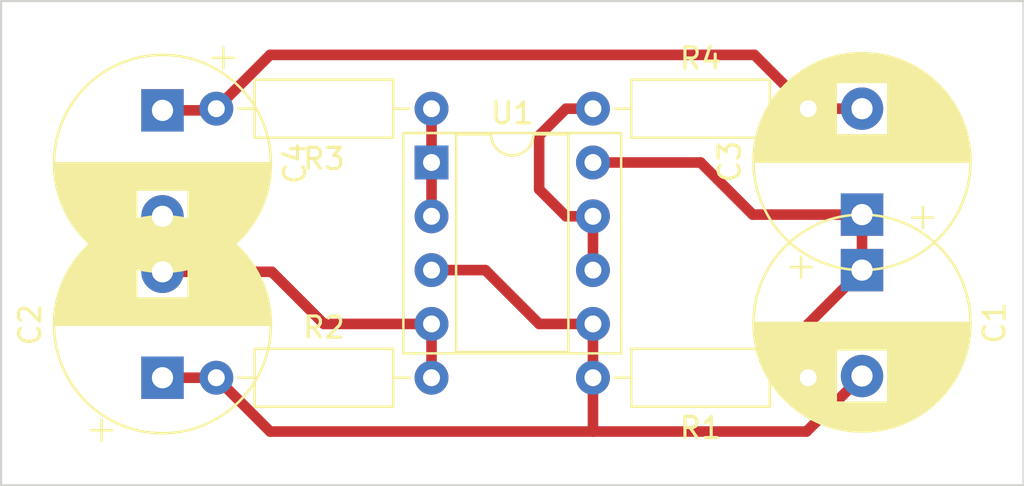
<source format=kicad_pcb>
(kicad_pcb (version 20221018) (generator pcbnew)
  (layers (0 "F.Cu" signal) (31 "B.Cu" signal) (34 "B.Paste" user) (35 "F.Paste" user) (36 "B.SilkS" user "B.Silkscreen") (37 "F.SilkS" user "F.Silkscreen") (38 "B.Mask" user) (39 "F.Mask" user) (44 "Edge.Cuts" user))
  (net 0 "")
  (net 1 "Net-(U1C-V+)")
  (net 2 "Net-(U1A-+)")
  (net 3 "Net-(U1C-V-)")
  (net 4 "Net-(C3-Pad2)")
  (net 5 "Net-(U1A--)")
  (net 6 "Net-(U1B--)")
  (footprint "Capacitor_THT:CP_Radial_D10.0mm_P5.00mm" (layer "F.Cu") (at 190.5 106.6 90)
    (fp_text reference "C3" (at 2.5 -6.25 90) (layer "F.SilkS"))
    (fp_text value "100u")
    (pad "1" thru_hole rect (at 0 0 90) (size 2 2) (drill 1) (layers "*.Cu" "*.Mask") (net 1 "Net-(U1C-V+)"))
    (pad "2" thru_hole circle (at 5 0 90) (size 2 2) (drill 1) (layers "*.Cu" "*.Mask") (net 4 "Net-(C3-Pad2)"))
  )
  (footprint "Resistor_THT:R_Axial_DIN0207_L6.3mm_D2.5mm_P10.16mm_Horizontal" (layer "F.Cu") (at 160.02 114.3)
    (fp_text reference "R2" (at 5.08 -2.37) (layer "F.SilkS"))
    (fp_text value "10k")
    (pad "1" thru_hole circle (at 0 0) (size 1.6 1.6) (drill 0.8) (layers "*.Cu" "*.Mask") (net 2 "Net-(U1A-+)"))
    (pad "2" thru_hole oval (at 10.16 0) (size 1.6 1.6) (drill 0.8) (layers "*.Cu" "*.Mask") (net 3 "Net-(U1C-V-)"))
  )
  (footprint "Resistor_THT:R_Axial_DIN0207_L6.3mm_D2.5mm_P10.16mm_Horizontal" (layer "F.Cu") (at 187.96 114.3 180)
    (fp_text reference "R1" (at 5.08 -2.37) (layer "F.SilkS"))
    (fp_text value "10k")
    (pad "1" thru_hole circle (at 0 0 180) (size 1.6 1.6) (drill 0.8) (layers "*.Cu" "*.Mask") (net 1 "Net-(U1C-V+)"))
    (pad "2" thru_hole oval (at 10.16 0 180) (size 1.6 1.6) (drill 0.8) (layers "*.Cu" "*.Mask") (net 2 "Net-(U1A-+)"))
  )
  (footprint "Resistor_THT:R_Axial_DIN0207_L6.3mm_D2.5mm_P10.16mm_Horizontal" (layer "F.Cu") (at 177.8 101.6)
    (fp_text reference "R4" (at 5.08 -2.37) (layer "F.SilkS"))
    (fp_text value "10R")
    (pad "1" thru_hole circle (at 0 0) (size 1.6 1.6) (drill 0.8) (layers "*.Cu" "*.Mask") (net 6 "Net-(U1B--)"))
    (pad "2" thru_hole oval (at 10.16 0) (size 1.6 1.6) (drill 0.8) (layers "*.Cu" "*.Mask") (net 4 "Net-(C3-Pad2)"))
  )
  (footprint "Package_DIP:DIP-8_W7.62mm_Socket" (layer "F.Cu") (at 170.18 104.14)
    (fp_text reference "U1" (at 3.81 -2.33) (layer "F.SilkS"))
    (fp_text value "Opamp_Dual")
    (pad "1" thru_hole rect (at 0 0) (size 1.6 1.6) (drill 0.8) (layers "*.Cu" "*.Mask") (net 5 "Net-(U1A--)"))
    (pad "2" thru_hole oval (at 0 2.54) (size 1.6 1.6) (drill 0.8) (layers "*.Cu" "*.Mask") (net 5 "Net-(U1A--)"))
    (pad "3" thru_hole oval (at 0 5.08) (size 1.6 1.6) (drill 0.8) (layers "*.Cu" "*.Mask") (net 2 "Net-(U1A-+)"))
    (pad "4" thru_hole oval (at 0 7.62) (size 1.6 1.6) (drill 0.8) (layers "*.Cu" "*.Mask") (net 3 "Net-(U1C-V-)"))
    (pad "5" thru_hole oval (at 7.62 7.62) (size 1.6 1.6) (drill 0.8) (layers "*.Cu" "*.Mask") (net 2 "Net-(U1A-+)"))
    (pad "6" thru_hole oval (at 7.62 5.08) (size 1.6 1.6) (drill 0.8) (layers "*.Cu" "*.Mask") (net 6 "Net-(U1B--)"))
    (pad "7" thru_hole oval (at 7.62 2.54) (size 1.6 1.6) (drill 0.8) (layers "*.Cu" "*.Mask") (net 6 "Net-(U1B--)"))
    (pad "8" thru_hole oval (at 7.62 0) (size 1.6 1.6) (drill 0.8) (layers "*.Cu" "*.Mask") (net 1 "Net-(U1C-V+)"))
  )
  (footprint "Capacitor_THT:CP_Radial_D10.0mm_P5.00mm" (layer "F.Cu") (at 190.5 109.22 -90)
    (fp_text reference "C1" (at 2.5 -6.25 90) (layer "F.SilkS"))
    (fp_text value "100u")
    (pad "1" thru_hole rect (at 0 0 270) (size 2 2) (drill 1) (layers "*.Cu" "*.Mask") (net 1 "Net-(U1C-V+)"))
    (pad "2" thru_hole circle (at 5 0 270) (size 2 2) (drill 1) (layers "*.Cu" "*.Mask") (net 2 "Net-(U1A-+)"))
  )
  (footprint "Resistor_THT:R_Axial_DIN0207_L6.3mm_D2.5mm_P10.16mm_Horizontal" (layer "F.Cu") (at 170.18 101.6 180)
    (fp_text reference "R3" (at 5.08 -2.37) (layer "F.SilkS"))
    (fp_text value "10R")
    (pad "1" thru_hole circle (at 0 0 180) (size 1.6 1.6) (drill 0.8) (layers "*.Cu" "*.Mask") (net 5 "Net-(U1A--)"))
    (pad "2" thru_hole oval (at 10.16 0 180) (size 1.6 1.6) (drill 0.8) (layers "*.Cu" "*.Mask") (net 4 "Net-(C3-Pad2)"))
  )
  (footprint "Capacitor_THT:CP_Radial_D10.0mm_P5.00mm" (layer "F.Cu") (at 157.48 101.68 -90)
    (fp_text reference "C4" (at 2.5 -6.25 90) (layer "F.SilkS"))
    (fp_text value "100u")
    (pad "1" thru_hole rect (at 0 0 270) (size 2 2) (drill 1) (layers "*.Cu" "*.Mask") (net 4 "Net-(C3-Pad2)"))
    (pad "2" thru_hole circle (at 5 0 270) (size 2 2) (drill 1) (layers "*.Cu" "*.Mask") (net 3 "Net-(U1C-V-)"))
  )
  (footprint "Capacitor_THT:CP_Radial_D10.0mm_P5.00mm" (layer "F.Cu") (at 157.48 114.3 90)
    (fp_text reference "C2" (at 2.5 -6.25 90) (layer "F.SilkS"))
    (fp_text value "100u")
    (pad "1" thru_hole rect (at 0 0 90) (size 2 2) (drill 1) (layers "*.Cu" "*.Mask") (net 2 "Net-(U1A-+)"))
    (pad "2" thru_hole circle (at 5 0 90) (size 2 2) (drill 1) (layers "*.Cu" "*.Mask") (net 3 "Net-(U1C-V-)"))
  )
  (gr_rect (start 149.86 96.52) (end 198.12 119.38) (stroke (width 0.1)) (fill none) (layer "Edge.Cuts"))
  (segment (start 182.88 104.14) (end 185.34 106.6) (width 0.5) (layer "F.Cu") (net 1))
  (segment (start 190.5 106.6) (end 190.5 109.22) (width 0.5) (layer "F.Cu") (net 1))
  (segment (start 187.96 114.3) (end 187.96 111.76) (width 0.5) (layer "F.Cu") (net 1))
  (segment (start 187.96 111.76) (end 190.5 109.22) (width 0.5) (layer "F.Cu") (net 1))
  (segment (start 185.34 106.6) (end 190.5 106.6) (width 0.5) (layer "F.Cu") (net 1))
  (segment (start 177.8 104.14) (end 182.88 104.14) (width 0.5) (layer "F.Cu") (net 1))
  (segment (start 160.02 114.3) (end 162.56 116.84) (width 0.5) (layer "F.Cu") (net 2))
  (segment (start 187.88 116.84) (end 190.5 114.22) (width 0.5) (layer "F.Cu") (net 2))
  (segment (start 157.48 114.3) (end 160.02 114.3) (width 0.5) (layer "F.Cu") (net 2))
  (segment (start 177.8 114.3) (end 177.8 116.84) (width 0.5) (layer "F.Cu") (net 2))
  (segment (start 172.72 109.22) (end 175.26 111.76) (width 0.5) (layer "F.Cu") (net 2))
  (segment (start 177.8 111.76) (end 177.8 114.3) (width 0.5) (layer "F.Cu") (net 2))
  (segment (start 170.18 109.22) (end 172.72 109.22) (width 0.5) (layer "F.Cu") (net 2))
  (segment (start 162.56 116.84) (end 177.8 116.84) (width 0.5) (layer "F.Cu") (net 2))
  (segment (start 177.8 116.84) (end 187.88 116.84) (width 0.5) (layer "F.Cu") (net 2))
  (segment (start 175.26 111.76) (end 177.8 111.76) (width 0.5) (layer "F.Cu") (net 2))
  (segment (start 162.64 109.3) (end 157.48 109.3) (width 0.5) (layer "F.Cu") (net 3))
  (segment (start 165.1 111.76) (end 162.64 109.3) (width 0.5) (layer "F.Cu") (net 3))
  (segment (start 170.18 111.76) (end 165.1 111.76) (width 0.5) (layer "F.Cu") (net 3))
  (segment (start 170.18 114.3) (end 170.18 111.76) (width 0.5) (layer "F.Cu") (net 3))
  (segment (start 157.48 106.68) (end 157.48 109.3) (width 0.5) (layer "F.Cu") (net 3))
  (segment (start 185.42 99.06) (end 187.96 101.6) (width 0.5) (layer "F.Cu") (net 4))
  (segment (start 187.96 101.6) (end 190.5 101.6) (width 0.5) (layer "F.Cu") (net 4))
  (segment (start 160.02 101.6) (end 162.56 99.06) (width 0.5) (layer "F.Cu") (net 4))
  (segment (start 157.48 101.68) (end 159.94 101.68) (width 0.5) (layer "F.Cu") (net 4))
  (segment (start 162.56 99.06) (end 185.42 99.06) (width 0.5) (layer "F.Cu") (net 4))
  (segment (start 159.94 101.68) (end 160.02 101.6) (width 0.5) (layer "F.Cu") (net 4))
  (segment (start 170.18 104.14) (end 170.18 106.68) (width 0.5) (layer "F.Cu") (net 5))
  (segment (start 170.18 101.6) (end 170.18 104.14) (width 0.5) (layer "F.Cu") (net 5))
  (segment (start 176.53 106.68) (end 177.8 106.68) (width 0.5) (layer "F.Cu") (net 6))
  (segment (start 176.53 101.6) (end 175.26 102.87) (width 0.5) (layer "F.Cu") (net 6))
  (segment (start 177.8 101.6) (end 176.53 101.6) (width 0.5) (layer "F.Cu") (net 6))
  (segment (start 175.26 102.87) (end 175.26 105.41) (width 0.5) (layer "F.Cu") (net 6))
  (segment (start 175.26 105.41) (end 176.53 106.68) (width 0.5) (layer "F.Cu") (net 6))
  (segment (start 177.8 109.22) (end 177.8 106.68) (width 0.5) (layer "F.Cu") (net 6))
)
</source>
